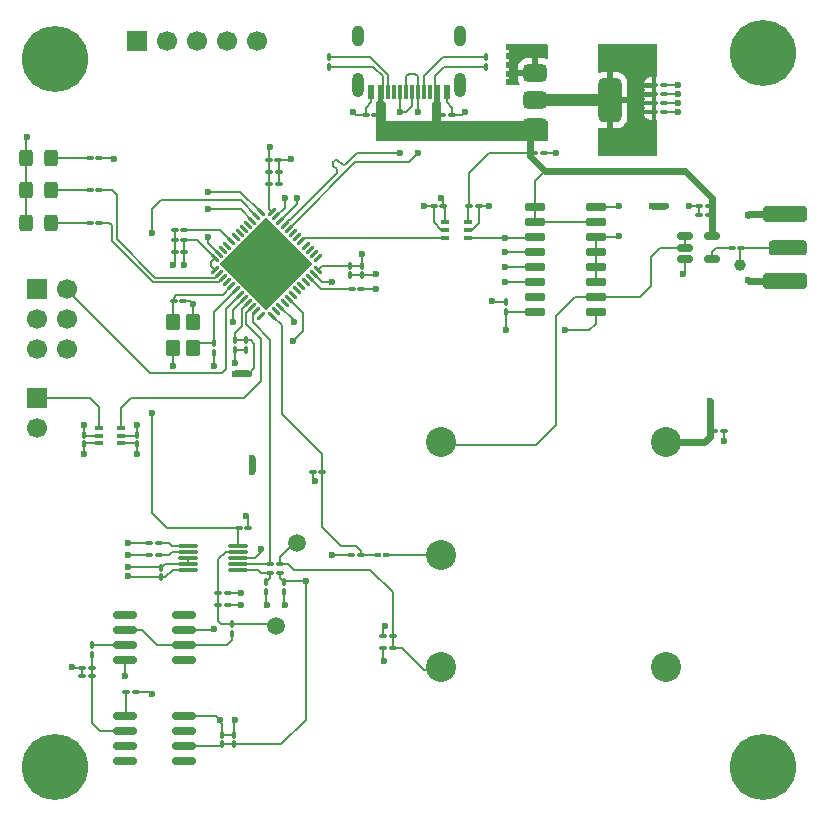
<source format=gbr>
%TF.GenerationSoftware,KiCad,Pcbnew,9.0.4*%
%TF.CreationDate,2025-10-02T19:15:19+02:00*%
%TF.ProjectId,gpsdo,67707364-6f2e-46b6-9963-61645f706362,rev?*%
%TF.SameCoordinates,Original*%
%TF.FileFunction,Copper,L1,Top*%
%TF.FilePolarity,Positive*%
%FSLAX46Y46*%
G04 Gerber Fmt 4.6, Leading zero omitted, Abs format (unit mm)*
G04 Created by KiCad (PCBNEW 9.0.4) date 2025-10-02 19:15:19*
%MOMM*%
%LPD*%
G01*
G04 APERTURE LIST*
G04 Aperture macros list*
%AMRoundRect*
0 Rectangle with rounded corners*
0 $1 Rounding radius*
0 $2 $3 $4 $5 $6 $7 $8 $9 X,Y pos of 4 corners*
0 Add a 4 corners polygon primitive as box body*
4,1,4,$2,$3,$4,$5,$6,$7,$8,$9,$2,$3,0*
0 Add four circle primitives for the rounded corners*
1,1,$1+$1,$2,$3*
1,1,$1+$1,$4,$5*
1,1,$1+$1,$6,$7*
1,1,$1+$1,$8,$9*
0 Add four rect primitives between the rounded corners*
20,1,$1+$1,$2,$3,$4,$5,0*
20,1,$1+$1,$4,$5,$6,$7,0*
20,1,$1+$1,$6,$7,$8,$9,0*
20,1,$1+$1,$8,$9,$2,$3,0*%
%AMRotRect*
0 Rectangle, with rotation*
0 The origin of the aperture is its center*
0 $1 length*
0 $2 width*
0 $3 Rotation angle, in degrees counterclockwise*
0 Add horizontal line*
21,1,$1,$2,0,0,$3*%
G04 Aperture macros list end*
%TA.AperFunction,EtchedComponent*%
%ADD10C,0.000000*%
%TD*%
%TA.AperFunction,ComponentPad*%
%ADD11R,1.700000X1.700000*%
%TD*%
%TA.AperFunction,ComponentPad*%
%ADD12C,1.700000*%
%TD*%
%TA.AperFunction,SMDPad,CuDef*%
%ADD13RoundRect,0.100000X-0.225000X-0.100000X0.225000X-0.100000X0.225000X0.100000X-0.225000X0.100000X0*%
%TD*%
%TA.AperFunction,SMDPad,CuDef*%
%ADD14RoundRect,0.100000X0.217500X0.100000X-0.217500X0.100000X-0.217500X-0.100000X0.217500X-0.100000X0*%
%TD*%
%TA.AperFunction,SMDPad,CuDef*%
%ADD15RoundRect,0.100000X-0.217500X-0.100000X0.217500X-0.100000X0.217500X0.100000X-0.217500X0.100000X0*%
%TD*%
%TA.AperFunction,SMDPad,CuDef*%
%ADD16RoundRect,0.100000X0.225000X0.100000X-0.225000X0.100000X-0.225000X-0.100000X0.225000X-0.100000X0*%
%TD*%
%TA.AperFunction,SMDPad,CuDef*%
%ADD17RoundRect,0.100000X0.100000X-0.217500X0.100000X0.217500X-0.100000X0.217500X-0.100000X-0.217500X0*%
%TD*%
%TA.AperFunction,SMDPad,CuDef*%
%ADD18RoundRect,0.150000X0.725000X0.150000X-0.725000X0.150000X-0.725000X-0.150000X0.725000X-0.150000X0*%
%TD*%
%TA.AperFunction,SMDPad,CuDef*%
%ADD19RoundRect,0.250000X0.325000X0.450000X-0.325000X0.450000X-0.325000X-0.450000X0.325000X-0.450000X0*%
%TD*%
%TA.AperFunction,SMDPad,CuDef*%
%ADD20RoundRect,0.150000X-0.825000X-0.150000X0.825000X-0.150000X0.825000X0.150000X-0.825000X0.150000X0*%
%TD*%
%TA.AperFunction,ConnectorPad*%
%ADD21C,5.600000*%
%TD*%
%TA.AperFunction,ComponentPad*%
%ADD22C,3.600000*%
%TD*%
%TA.AperFunction,SMDPad,CuDef*%
%ADD23RoundRect,0.100000X-0.100000X0.217500X-0.100000X-0.217500X0.100000X-0.217500X0.100000X0.217500X0*%
%TD*%
%TA.AperFunction,SMDPad,CuDef*%
%ADD24C,1.500000*%
%TD*%
%TA.AperFunction,SMDPad,CuDef*%
%ADD25RoundRect,0.250000X-0.350000X0.450000X-0.350000X-0.450000X0.350000X-0.450000X0.350000X0.450000X0*%
%TD*%
%TA.AperFunction,SMDPad,CuDef*%
%ADD26RoundRect,0.250000X1.600000X-0.425000X1.600000X0.425000X-1.600000X0.425000X-1.600000X-0.425000X0*%
%TD*%
%TA.AperFunction,SMDPad,CuDef*%
%ADD27RoundRect,0.250000X1.350000X-0.385000X1.350000X0.385000X-1.350000X0.385000X-1.350000X-0.385000X0*%
%TD*%
%TA.AperFunction,HeatsinkPad*%
%ADD28RotRect,5.600000X5.600000X45.000000*%
%TD*%
%TA.AperFunction,SMDPad,CuDef*%
%ADD29RoundRect,0.062500X0.220971X-0.309359X0.309359X-0.220971X-0.220971X0.309359X-0.309359X0.220971X0*%
%TD*%
%TA.AperFunction,SMDPad,CuDef*%
%ADD30RoundRect,0.062500X-0.220971X-0.309359X0.309359X0.220971X0.220971X0.309359X-0.309359X-0.220971X0*%
%TD*%
%TA.AperFunction,SMDPad,CuDef*%
%ADD31RoundRect,0.375000X-0.625000X-0.375000X0.625000X-0.375000X0.625000X0.375000X-0.625000X0.375000X0*%
%TD*%
%TA.AperFunction,SMDPad,CuDef*%
%ADD32RoundRect,0.500000X-0.500000X-1.400000X0.500000X-1.400000X0.500000X1.400000X-0.500000X1.400000X0*%
%TD*%
%TA.AperFunction,SMDPad,CuDef*%
%ADD33RoundRect,0.150000X-0.512500X-0.150000X0.512500X-0.150000X0.512500X0.150000X-0.512500X0.150000X0*%
%TD*%
%TA.AperFunction,HeatsinkPad*%
%ADD34O,1.000000X1.800000*%
%TD*%
%TA.AperFunction,HeatsinkPad*%
%ADD35O,1.000000X2.100000*%
%TD*%
%TA.AperFunction,SMDPad,CuDef*%
%ADD36R,0.600000X1.240000*%
%TD*%
%TA.AperFunction,SMDPad,CuDef*%
%ADD37R,0.300000X1.240000*%
%TD*%
%TA.AperFunction,SMDPad,CuDef*%
%ADD38RoundRect,0.087500X0.725000X0.087500X-0.725000X0.087500X-0.725000X-0.087500X0.725000X-0.087500X0*%
%TD*%
%TA.AperFunction,SMDPad,CuDef*%
%ADD39RoundRect,0.075000X-0.212500X-0.075000X0.212500X-0.075000X0.212500X0.075000X-0.212500X0.075000X0*%
%TD*%
%TA.AperFunction,SMDPad,CuDef*%
%ADD40RoundRect,0.150000X0.825000X0.150000X-0.825000X0.150000X-0.825000X-0.150000X0.825000X-0.150000X0*%
%TD*%
%TA.AperFunction,ComponentPad*%
%ADD41C,0.600000*%
%TD*%
%TA.AperFunction,SMDPad,CuDef*%
%ADD42C,1.000000*%
%TD*%
%TA.AperFunction,ComponentPad*%
%ADD43C,2.540000*%
%TD*%
%TA.AperFunction,ViaPad*%
%ADD44C,0.600000*%
%TD*%
%TA.AperFunction,Conductor*%
%ADD45C,0.200000*%
%TD*%
%TA.AperFunction,Conductor*%
%ADD46C,0.600000*%
%TD*%
%TA.AperFunction,Conductor*%
%ADD47C,1.000000*%
%TD*%
G04 APERTURE END LIST*
D10*
%TA.AperFunction,EtchedComponent*%
%TO.C,NT1*%
G36*
X129800000Y-104750000D02*
G01*
X129200000Y-104750000D01*
X129200000Y-103550000D01*
X129800000Y-103550000D01*
X129800000Y-104750000D01*
G37*
%TD.AperFunction*%
%TA.AperFunction,EtchedComponent*%
%TO.C,NT2*%
G36*
X129200000Y-96700000D02*
G01*
X128000000Y-96700000D01*
X128000000Y-96100000D01*
X129200000Y-96100000D01*
X129200000Y-96700000D01*
G37*
%TD.AperFunction*%
%TA.AperFunction,EtchedComponent*%
%TO.C,NT3*%
G36*
X164500000Y-82550000D02*
G01*
X163300000Y-82550000D01*
X163300000Y-81950000D01*
X164500000Y-81950000D01*
X164500000Y-82550000D01*
G37*
%TD.AperFunction*%
%TD*%
D11*
%TO.P,J7,1,Pin_1*%
%TO.N,OCXO_5MHZ*%
X119750000Y-68250000D03*
D12*
%TO.P,J7,2,Pin_2*%
%TO.N,OCXO_2.5MHZ*%
X122290000Y-68250000D03*
%TO.P,J7,3,Pin_3*%
%TO.N,OCXO_1.25MHZ*%
X124830000Y-68250000D03*
%TO.P,J7,4,Pin_4*%
%TO.N,OCXO_625KHZ*%
X127370000Y-68250000D03*
%TO.P,J7,5,Pin_5*%
%TO.N,GND*%
X129910000Y-68250000D03*
%TD*%
D13*
%TO.P,U1,6,VCCB*%
%TO.N,VCC_5V*%
X147742500Y-83600000D03*
%TO.P,U1,5,DIR*%
%TO.N,GND*%
X147742500Y-84250000D03*
%TO.P,U1,4,B*%
%TO.N,OCXO_625KHZ*%
X147742500Y-84900000D03*
%TO.P,U1,3,A*%
%TO.N,OCXO_625KHZ_3V3*%
X145842500Y-84900000D03*
%TO.P,U1,2,GND*%
%TO.N,GND*%
X145842500Y-84250000D03*
%TO.P,U1,1,VCCA*%
%TO.N,VDD_3V3*%
X145842500Y-83600000D03*
%TD*%
D14*
%TO.P,C39,1*%
%TO.N,VDD_3V3*%
X145657500Y-82250000D03*
%TO.P,C39,2*%
%TO.N,GND*%
X144842500Y-82250000D03*
%TD*%
D15*
%TO.P,C38,1*%
%TO.N,VCC_5V*%
X147842500Y-82250000D03*
%TO.P,C38,2*%
%TO.N,GND*%
X148657500Y-82250000D03*
%TD*%
D16*
%TO.P,U2,1,VCCA*%
%TO.N,VDD_3V3*%
X118400000Y-102300000D03*
%TO.P,U2,2,GND*%
%TO.N,GND*%
X118400000Y-101650000D03*
%TO.P,U2,3,A*%
%TO.N,PPS_3V3*%
X118400000Y-101000000D03*
%TO.P,U2,4,B*%
%TO.N,PPS_5V*%
X116500000Y-101000000D03*
%TO.P,U2,5,DIR*%
%TO.N,GND*%
X116500000Y-101650000D03*
%TO.P,U2,6,VCCB*%
%TO.N,VCC_5V*%
X116500000Y-102300000D03*
%TD*%
D17*
%TO.P,C40,1*%
%TO.N,VDD_3V3*%
X119750000Y-102407500D03*
%TO.P,C40,2*%
%TO.N,GND*%
X119750000Y-101592500D03*
%TD*%
%TO.P,C2,1*%
%TO.N,VCC_5V*%
X115250000Y-102407500D03*
%TO.P,C2,2*%
%TO.N,GND*%
X115250000Y-101592500D03*
%TD*%
D18*
%TO.P,U8,16,VCC*%
%TO.N,VCC_5V*%
X153425000Y-91195000D03*
%TO.P,U8,15,TC*%
%TO.N,unconnected-(U8-TC-Pad15)*%
X153425000Y-89925000D03*
%TO.P,U8,14,Q0*%
%TO.N,OCXO_5MHZ*%
X153425000Y-88655000D03*
%TO.P,U8,13,Q1*%
%TO.N,OCXO_2.5MHZ*%
X153425000Y-87385000D03*
%TO.P,U8,12,Q2*%
%TO.N,OCXO_1.25MHZ*%
X153425000Y-86115000D03*
%TO.P,U8,11,Q3*%
%TO.N,OCXO_625KHZ*%
X153425000Y-84845000D03*
%TO.P,U8,10,CET*%
%TO.N,VCC_5V*%
X153425000Y-83575000D03*
%TO.P,U8,9,~{PE}*%
X153425000Y-82305000D03*
%TO.P,U8,8,GND*%
%TO.N,GND*%
X158575000Y-82305000D03*
%TO.P,U8,7,CEP*%
%TO.N,VCC_5V*%
X158575000Y-83575000D03*
%TO.P,U8,6,D3*%
%TO.N,GND*%
X158575000Y-84845000D03*
%TO.P,U8,5,D2*%
X158575000Y-86115000D03*
%TO.P,U8,4,D1*%
X158575000Y-87385000D03*
%TO.P,U8,3,D0*%
X158575000Y-88655000D03*
%TO.P,U8,2,CP*%
%TO.N,OCXO_Out*%
X158575000Y-89925000D03*
%TO.P,U8,1,~{MR}*%
%TO.N,VCC_5V*%
X158575000Y-91195000D03*
%TD*%
D19*
%TO.P,D3,2,A*%
%TO.N,VDD_3V3*%
X110375000Y-78150000D03*
%TO.P,D3,1,K*%
%TO.N,Net-(D3-K)*%
X112425000Y-78150000D03*
%TD*%
D20*
%TO.P,U5,8,NC*%
%TO.N,unconnected-(U5-NC-Pad8)*%
X123682500Y-116862500D03*
%TO.P,U5,7,V+*%
%TO.N,VCC_5V*%
X123682500Y-118132500D03*
%TO.P,U5,6*%
%TO.N,V_OCXO_Buffer*%
X123682500Y-119402500D03*
%TO.P,U5,5,NC*%
%TO.N,unconnected-(U5-NC-Pad5)*%
X123682500Y-120672500D03*
%TO.P,U5,4,V-*%
%TO.N,GNDA*%
X118732500Y-120672500D03*
%TO.P,U5,3,+*%
%TO.N,Net-(U5-+)*%
X118732500Y-119402500D03*
%TO.P,U5,2,-*%
%TO.N,V_OCXO_Buffer*%
X118732500Y-118132500D03*
%TO.P,U5,1,NC*%
%TO.N,unconnected-(U5-NC-Pad1)*%
X118732500Y-116862500D03*
%TD*%
D21*
%TO.P,REF\u002A\u002A,1*%
%TO.N,N/C*%
X112750000Y-69750000D03*
D22*
X112750000Y-69750000D03*
%TD*%
D15*
%TO.P,R1,2*%
%TO.N,Net-(OSC5A2B1-Vref)*%
X131840000Y-112500000D03*
%TO.P,R1,1*%
%TO.N,OCXO_Vref*%
X131025000Y-112500000D03*
%TD*%
%TO.P,C18,2*%
%TO.N,GND*%
X138725000Y-89250000D03*
%TO.P,C18,1*%
%TO.N,Net-(U6-VCAP1)*%
X137910000Y-89250000D03*
%TD*%
D14*
%TO.P,R18,2*%
%TO.N,Net-(R18-Pad2)*%
X170092500Y-85750000D03*
%TO.P,R18,1*%
%TO.N,Net-(J5-In)*%
X170907500Y-85750000D03*
%TD*%
%TO.P,C4,2*%
%TO.N,GNDA*%
X140600000Y-119650000D03*
%TO.P,C4,1*%
%TO.N,Net-(OSC5A2B1-Vref)*%
X141415000Y-119650000D03*
%TD*%
D12*
%TO.P,J1,2,Pin_2*%
%TO.N,GND*%
X111250000Y-101015000D03*
D11*
%TO.P,J1,1,Pin_1*%
%TO.N,PPS_5V*%
X111250000Y-98475000D03*
%TD*%
D14*
%TO.P,C32,2*%
%TO.N,GNDA*%
X134592500Y-104750000D03*
%TO.P,C32,1*%
%TO.N,OCXO_Temperature*%
X135407500Y-104750000D03*
%TD*%
D15*
%TO.P,C5,2*%
%TO.N,GNDA*%
X169407500Y-101250000D03*
%TO.P,C5,1*%
%TO.N,VCC_5V*%
X168592500Y-101250000D03*
%TD*%
D17*
%TO.P,R16,2*%
%TO.N,Net-(J3-CC2)*%
X136000000Y-69592500D03*
%TO.P,R16,1*%
%TO.N,VCC_5V*%
X136000000Y-70407500D03*
%TD*%
D23*
%TO.P,C21,2*%
%TO.N,GND*%
X137750000Y-88090000D03*
%TO.P,C21,1*%
%TO.N,VDD_3V3*%
X137750000Y-87275000D03*
%TD*%
D14*
%TO.P,R13,2*%
%TO.N,Net-(D2-K)*%
X115742500Y-80900000D03*
%TO.P,R13,1*%
%TO.N,LED2*%
X116557500Y-80900000D03*
%TD*%
D24*
%TO.P,TP3,1,1*%
%TO.N,DAC_Vref*%
X131500000Y-117750000D03*
%TD*%
D15*
%TO.P,C31,2*%
%TO.N,GND*%
X164315000Y-73500000D03*
%TO.P,C31,1*%
%TO.N,VDD_3V3*%
X163500000Y-73500000D03*
%TD*%
D25*
%TO.P,X1,4,4*%
%TO.N,GND*%
X124450000Y-92015000D03*
%TO.P,X1,3,3*%
%TO.N,OSC_OUT*%
X124450000Y-94215000D03*
%TO.P,X1,2,2*%
%TO.N,GND*%
X122750000Y-94215000D03*
%TO.P,X1,1,1*%
%TO.N,OSC_IN*%
X122750000Y-92015000D03*
%TD*%
D26*
%TO.P,J5,2,Ext*%
%TO.N,GNDA*%
X174587500Y-88575000D03*
X174587500Y-82925000D03*
D27*
%TO.P,J5,1,In*%
%TO.N,Net-(J5-In)*%
X174837500Y-85750000D03*
%TD*%
D15*
%TO.P,C12,2*%
%TO.N,GNDA*%
X119615000Y-123387500D03*
%TO.P,C12,1*%
%TO.N,Net-(U3-Trim{slash}NR)*%
X118800000Y-123387500D03*
%TD*%
D28*
%TO.P,U6,49,VSS*%
%TO.N,GND*%
X130687500Y-87115000D03*
D29*
%TO.P,U6,48,VDD*%
%TO.N,VDD_3V3*%
X126312277Y-86628864D03*
%TO.P,U6,47,VSS*%
%TO.N,GND*%
X126665830Y-86275311D03*
%TO.P,U6,46,PB9*%
%TO.N,unconnected-(U6-PB9-Pad46)*%
X127019384Y-85921757D03*
%TO.P,U6,45,PB8*%
%TO.N,unconnected-(U6-PB8-Pad45)*%
X127372937Y-85568204D03*
%TO.P,U6,44,BOOT0*%
%TO.N,Net-(U6-BOOT0)*%
X127726490Y-85214651D03*
%TO.P,U6,43,PB7*%
%TO.N,unconnected-(U6-PB7-Pad43)*%
X128080044Y-84861097D03*
%TO.P,U6,42,PB6*%
%TO.N,unconnected-(U6-PB6-Pad42)*%
X128433597Y-84507544D03*
%TO.P,U6,41,PB5*%
%TO.N,unconnected-(U6-PB5-Pad41)*%
X128787151Y-84153990D03*
%TO.P,U6,40,PB4*%
%TO.N,unconnected-(U6-PB4-Pad40)*%
X129140704Y-83800437D03*
%TO.P,U6,39,PB3*%
%TO.N,SWO*%
X129494257Y-83446884D03*
%TO.P,U6,38,PA15*%
%TO.N,AD5541A_CS*%
X129847811Y-83093330D03*
%TO.P,U6,37,PA14*%
%TO.N,SWCLK*%
X130201364Y-82739777D03*
D30*
%TO.P,U6,36,VDD*%
%TO.N,VDD_3V3*%
X131173636Y-82739777D03*
%TO.P,U6,35,VSS*%
%TO.N,GND*%
X131527189Y-83093330D03*
%TO.P,U6,34,PA13*%
%TO.N,SWDIO*%
X131880743Y-83446884D03*
%TO.P,U6,33,PA12*%
%TO.N,USB_P*%
X132234296Y-83800437D03*
%TO.P,U6,32,PA11*%
%TO.N,USB_N*%
X132587849Y-84153990D03*
%TO.P,U6,31,PA10*%
%TO.N,unconnected-(U6-PA10-Pad31)*%
X132941403Y-84507544D03*
%TO.P,U6,30,PA9*%
%TO.N,unconnected-(U6-PA9-Pad30)*%
X133294956Y-84861097D03*
%TO.P,U6,29,PA8*%
%TO.N,OCXO_625KHZ_3V3*%
X133648510Y-85214651D03*
%TO.P,U6,28,PB15*%
%TO.N,unconnected-(U6-PB15-Pad28)*%
X134002063Y-85568204D03*
%TO.P,U6,27,PB14*%
%TO.N,unconnected-(U6-PB14-Pad27)*%
X134355616Y-85921757D03*
%TO.P,U6,26,PB13*%
%TO.N,unconnected-(U6-PB13-Pad26)*%
X134709170Y-86275311D03*
%TO.P,U6,25,PB12*%
%TO.N,unconnected-(U6-PB12-Pad25)*%
X135062723Y-86628864D03*
D29*
%TO.P,U6,24,VDD*%
%TO.N,VDD_3V3*%
X135062723Y-87601136D03*
%TO.P,U6,23,VSS*%
%TO.N,GND*%
X134709170Y-87954689D03*
%TO.P,U6,22,VCAP1*%
%TO.N,Net-(U6-VCAP1)*%
X134355616Y-88308243D03*
%TO.P,U6,21,PB10*%
%TO.N,unconnected-(U6-PB10-Pad21)*%
X134002063Y-88661796D03*
%TO.P,U6,20,PB2*%
%TO.N,unconnected-(U6-PB2-Pad20)*%
X133648510Y-89015349D03*
%TO.P,U6,19,PB1*%
%TO.N,unconnected-(U6-PB1-Pad19)*%
X133294956Y-89368903D03*
%TO.P,U6,18,PB0*%
%TO.N,unconnected-(U6-PB0-Pad18)*%
X132941403Y-89722456D03*
%TO.P,U6,17,PA7*%
%TO.N,AD5541A_DIN*%
X132587849Y-90076010D03*
%TO.P,U6,16,PA6*%
%TO.N,unconnected-(U6-PA6-Pad16)*%
X132234296Y-90429563D03*
%TO.P,U6,15,PA5*%
%TO.N,AD5541A_SCLK*%
X131880743Y-90783116D03*
%TO.P,U6,14,PA4*%
%TO.N,unconnected-(U6-PA4-Pad14)*%
X131527189Y-91136670D03*
%TO.P,U6,13,PA3*%
%TO.N,OCXO_Temperature*%
X131173636Y-91490223D03*
D30*
%TO.P,U6,12,PA2*%
%TO.N,unconnected-(U6-PA2-Pad12)*%
X130201364Y-91490223D03*
%TO.P,U6,11,PA1*%
%TO.N,OCXO_Vref*%
X129847811Y-91136670D03*
%TO.P,U6,10,PA0*%
%TO.N,PPS_3V3*%
X129494257Y-90783116D03*
%TO.P,U6,9,VDDA*%
%TO.N,VDDA_3V3*%
X129140704Y-90429563D03*
%TO.P,U6,8,VSSA*%
%TO.N,GND*%
X128787151Y-90076010D03*
%TO.P,U6,7,NRST*%
%TO.N,NRST*%
X128433597Y-89722456D03*
%TO.P,U6,6,PH1*%
%TO.N,OSC_OUT*%
X128080044Y-89368903D03*
%TO.P,U6,5,PH0*%
%TO.N,OSC_IN*%
X127726490Y-89015349D03*
%TO.P,U6,4,PC15*%
%TO.N,unconnected-(U6-PC15-Pad4)*%
X127372937Y-88661796D03*
%TO.P,U6,3,PC14*%
%TO.N,LED1*%
X127019384Y-88308243D03*
%TO.P,U6,2,PC13*%
%TO.N,LED2*%
X126665830Y-87954689D03*
%TO.P,U6,1,VBAT*%
%TO.N,VDD_3V3*%
X126312277Y-87601136D03*
%TD*%
D17*
%TO.P,C15,2*%
%TO.N,GND*%
X121750000Y-112842500D03*
%TO.P,C15,1*%
%TO.N,VDD_3V3*%
X121750000Y-113657500D03*
%TD*%
D15*
%TO.P,C20,2*%
%TO.N,GND*%
X131725000Y-80365000D03*
%TO.P,C20,1*%
%TO.N,VDD_3V3*%
X130910000Y-80365000D03*
%TD*%
D17*
%TO.P,R8,2*%
%TO.N,DAC_Vref*%
X127750000Y-117635000D03*
%TO.P,R8,1*%
%TO.N,V_OCXO_Buffer*%
X127750000Y-118450000D03*
%TD*%
D15*
%TO.P,C11,2*%
%TO.N,GNDA*%
X127432500Y-115021250D03*
%TO.P,C11,1*%
%TO.N,DAC_Vref*%
X126617500Y-115021250D03*
%TD*%
D14*
%TO.P,C3,2*%
%TO.N,GNDA*%
X140600000Y-118650000D03*
%TO.P,C3,1*%
%TO.N,Net-(OSC5A2B1-Vref)*%
X141415000Y-118650000D03*
%TD*%
D23*
%TO.P,C27,2*%
%TO.N,GND*%
X128000000Y-94407500D03*
%TO.P,C27,1*%
%TO.N,VDDA_3V3*%
X128000000Y-93592500D03*
%TD*%
D31*
%TO.P,U7,3,VI*%
%TO.N,VCC_5V*%
X153450000Y-75550000D03*
D32*
%TO.P,U7,2,VO*%
%TO.N,VDD_3V3*%
X159750000Y-73250000D03*
D31*
X153450000Y-73250000D03*
%TO.P,U7,1,GND*%
%TO.N,GND*%
X153450000Y-70950000D03*
%TD*%
D19*
%TO.P,D1,2,A*%
%TO.N,VDD_3V3*%
X110375000Y-83650000D03*
%TO.P,D1,1,K*%
%TO.N,Net-(D1-K)*%
X112425000Y-83650000D03*
%TD*%
D14*
%TO.P,R17,2*%
%TO.N,VDD_3V3*%
X137842500Y-111750000D03*
%TO.P,R17,1*%
%TO.N,OCXO_Temperature*%
X138657500Y-111750000D03*
%TD*%
D23*
%TO.P,C7,2*%
%TO.N,GNDA*%
X132182500Y-114907500D03*
%TO.P,C7,1*%
%TO.N,VCC_5V*%
X132182500Y-114092500D03*
%TD*%
%TO.P,C17,2*%
%TO.N,GND*%
X126250000Y-94657500D03*
%TO.P,C17,1*%
%TO.N,OSC_OUT*%
X126250000Y-93842500D03*
%TD*%
D14*
%TO.P,R12,2*%
%TO.N,Net-(D1-K)*%
X115742500Y-83650000D03*
%TO.P,R12,1*%
%TO.N,LED1*%
X116557500Y-83650000D03*
%TD*%
D33*
%TO.P,U9,5,VCC*%
%TO.N,VCC_5V*%
X168387500Y-84800000D03*
%TO.P,U9,4*%
%TO.N,Net-(R18-Pad2)*%
X168387500Y-86700000D03*
%TO.P,U9,3,GND*%
%TO.N,GNDA*%
X166112500Y-86700000D03*
%TO.P,U9,2*%
%TO.N,OCXO_Out*%
X166112500Y-85750000D03*
%TO.P,U9,1*%
X166112500Y-84800000D03*
%TD*%
D21*
%TO.P,REF\u002A\u002A,1*%
%TO.N,N/C*%
X172750000Y-129750000D03*
D22*
X172750000Y-129750000D03*
%TD*%
D17*
%TO.P,C8,2*%
%TO.N,GNDA*%
X126932500Y-126977500D03*
%TO.P,C8,1*%
%TO.N,VCC_5V*%
X126932500Y-127792500D03*
%TD*%
D14*
%TO.P,R9,2*%
%TO.N,GND*%
X122910000Y-84250000D03*
%TO.P,R9,1*%
%TO.N,Net-(U6-BOOT0)*%
X123725000Y-84250000D03*
%TD*%
D34*
%TO.P,J3,S1,SHIELD*%
%TO.N,GND*%
X138430000Y-67800000D03*
D35*
X138430000Y-72000000D03*
D34*
X147070000Y-67800000D03*
D35*
X147070000Y-72000000D03*
D36*
%TO.P,J3,B12,GND*%
X145950000Y-72600000D03*
%TO.P,J3,B9,VBUS*%
%TO.N,VCC_5V*%
X145150000Y-72600000D03*
D37*
%TO.P,J3,B8*%
%TO.N,N/C*%
X144500000Y-72600000D03*
%TO.P,J3,B7,D-*%
%TO.N,USB_N*%
X143500000Y-72600000D03*
%TO.P,J3,B6,D+*%
%TO.N,USB_P*%
X142000000Y-72600000D03*
%TO.P,J3,B5,CC2*%
%TO.N,Net-(J3-CC2)*%
X141000000Y-72600000D03*
D36*
%TO.P,J3,B4,VBUS*%
%TO.N,VCC_5V*%
X140350000Y-72600000D03*
%TO.P,J3,B1,GND*%
%TO.N,GND*%
X139550000Y-72600000D03*
%TO.P,J3,A12,GND*%
X139550000Y-72600000D03*
%TO.P,J3,A9,VBUS*%
%TO.N,VCC_5V*%
X140350000Y-72600000D03*
D37*
%TO.P,J3,A8*%
%TO.N,N/C*%
X141500000Y-72600000D03*
%TO.P,J3,A7,D-*%
%TO.N,USB_N*%
X142500000Y-72600000D03*
%TO.P,J3,A6,D+*%
%TO.N,USB_P*%
X143000000Y-72600000D03*
%TO.P,J3,A5,CC1*%
%TO.N,Net-(J3-CC1)*%
X144000000Y-72600000D03*
D36*
%TO.P,J3,A4,VBUS*%
%TO.N,VCC_5V*%
X145150000Y-72600000D03*
%TO.P,J3,A1,GND*%
%TO.N,GND*%
X145950000Y-72600000D03*
%TD*%
D21*
%TO.P,REF\u002A\u002A,1*%
%TO.N,N/C*%
X172750000Y-69250000D03*
D22*
X172750000Y-69250000D03*
%TD*%
D14*
%TO.P,R6,2*%
%TO.N,AD5541A_SCLK*%
X120775000Y-110750000D03*
%TO.P,R6,1*%
%TO.N,Net-(U4-SCLK)*%
X121590000Y-110750000D03*
%TD*%
%TO.P,C37,2*%
%TO.N,GNDA*%
X167342500Y-83000000D03*
%TO.P,C37,1*%
%TO.N,VCC_5V*%
X168157500Y-83000000D03*
%TD*%
D17*
%TO.P,C1,2*%
%TO.N,GND*%
X151000000Y-90342500D03*
%TO.P,C1,1*%
%TO.N,VCC_5V*%
X151000000Y-91157500D03*
%TD*%
D38*
%TO.P,U4,10,VLOGIC*%
%TO.N,VDD_3V3*%
X124070000Y-113000000D03*
%TO.P,U4,9,DGND*%
%TO.N,GND*%
X124070000Y-112500000D03*
%TO.P,U4,8,LDAC*%
X124070000Y-112000000D03*
%TO.P,U4,7,DIN*%
%TO.N,Net-(U4-DIN)*%
X124070000Y-111500000D03*
%TO.P,U4,6,SCLK*%
%TO.N,Net-(U4-SCLK)*%
X124070000Y-111000000D03*
%TO.P,U4,5,CS*%
%TO.N,AD5541A_CS*%
X128295000Y-111000000D03*
%TO.P,U4,4,REF*%
%TO.N,DAC_Vref*%
X128295000Y-111500000D03*
%TO.P,U4,3,AGND*%
%TO.N,GNDA*%
X128295000Y-112000000D03*
%TO.P,U4,2,VOUT*%
%TO.N,OCXO_Vref*%
X128295000Y-112500000D03*
%TO.P,U4,1,VDD*%
%TO.N,Net-(U4-VDD)*%
X128295000Y-113000000D03*
%TD*%
D15*
%TO.P,C29,2*%
%TO.N,GND*%
X164315000Y-72000000D03*
%TO.P,C29,1*%
%TO.N,VDD_3V3*%
X163500000Y-72000000D03*
%TD*%
D14*
%TO.P,L1,2,2*%
%TO.N,Net-(U4-VDD)*%
X131025000Y-113250000D03*
%TO.P,L1,1,1*%
%TO.N,VCC_5V*%
X131840000Y-113250000D03*
%TD*%
D17*
%TO.P,C6,2*%
%TO.N,GNDA*%
X127932500Y-126977500D03*
%TO.P,C6,1*%
%TO.N,VCC_5V*%
X127932500Y-127792500D03*
%TD*%
D14*
%TO.P,R14,2*%
%TO.N,Net-(D3-K)*%
X115742500Y-78150000D03*
%TO.P,R14,1*%
%TO.N,GND*%
X116557500Y-78150000D03*
%TD*%
D24*
%TO.P,TP1,1,1*%
%TO.N,Net-(OSC5A2B1-Vref)*%
X133250000Y-110750000D03*
%TD*%
D15*
%TO.P,C28,2*%
%TO.N,GND*%
X154157500Y-77750000D03*
%TO.P,C28,1*%
%TO.N,VCC_5V*%
X153342500Y-77750000D03*
%TD*%
D23*
%TO.P,C9,2*%
%TO.N,GNDA*%
X130682500Y-114907500D03*
%TO.P,C9,1*%
%TO.N,Net-(U4-VDD)*%
X130682500Y-114092500D03*
%TD*%
D39*
%TO.P,TH1,2*%
%TO.N,GNDA*%
X140837500Y-111750000D03*
%TO.P,TH1,1*%
%TO.N,OCXO_Temperature*%
X140162500Y-111750000D03*
%TD*%
D15*
%TO.P,C33,2*%
%TO.N,GND*%
X164315000Y-74250000D03*
%TO.P,C33,1*%
%TO.N,VDD_3V3*%
X163500000Y-74250000D03*
%TD*%
D21*
%TO.P,REF\u002A\u002A,1*%
%TO.N,N/C*%
X112750000Y-129750000D03*
D22*
X112750000Y-129750000D03*
%TD*%
D15*
%TO.P,C10,2*%
%TO.N,GNDA*%
X127432500Y-116021250D03*
%TO.P,C10,1*%
%TO.N,DAC_Vref*%
X126617500Y-116021250D03*
%TD*%
D14*
%TO.P,C19,2*%
%TO.N,GND*%
X122910000Y-85115000D03*
%TO.P,C19,1*%
%TO.N,VDD_3V3*%
X123725000Y-85115000D03*
%TD*%
D15*
%TO.P,C23,2*%
%TO.N,GND*%
X131725000Y-79365000D03*
%TO.P,C23,1*%
%TO.N,VDD_3V3*%
X130910000Y-79365000D03*
%TD*%
D19*
%TO.P,D2,2,A*%
%TO.N,VDD_3V3*%
X110375000Y-80900000D03*
%TO.P,D2,1,K*%
%TO.N,Net-(D2-K)*%
X112425000Y-80900000D03*
%TD*%
D17*
%TO.P,R4,2*%
%TO.N,Net-(U5-+)*%
X115957500Y-119385000D03*
%TO.P,R4,1*%
%TO.N,Net-(U3-Vout)*%
X115957500Y-120200000D03*
%TD*%
D15*
%TO.P,C25,2*%
%TO.N,GND*%
X131700000Y-78365000D03*
%TO.P,C25,1*%
%TO.N,VDD_3V3*%
X130885000Y-78365000D03*
%TD*%
%TO.P,C34,2*%
%TO.N,GND*%
X146407500Y-74500000D03*
%TO.P,C34,1*%
%TO.N,VCC_5V*%
X145592500Y-74500000D03*
%TD*%
D40*
%TO.P,U3,8,DNC*%
%TO.N,unconnected-(U3-DNC-Pad8)*%
X118732500Y-129197500D03*
%TO.P,U3,7,NC*%
%TO.N,unconnected-(U3-NC-Pad7)*%
X118732500Y-127927500D03*
%TO.P,U3,6,Vout*%
%TO.N,Net-(U3-Vout)*%
X118732500Y-126657500D03*
%TO.P,U3,5,Trim/NR*%
%TO.N,Net-(U3-Trim{slash}NR)*%
X118732500Y-125387500D03*
%TO.P,U3,4,GND*%
%TO.N,GNDA*%
X123682500Y-125387500D03*
%TO.P,U3,3,Temp*%
%TO.N,unconnected-(U3-Temp-Pad3)*%
X123682500Y-126657500D03*
%TO.P,U3,2,Vin*%
%TO.N,VCC_5V*%
X123682500Y-127927500D03*
%TO.P,U3,1,DNC*%
%TO.N,unconnected-(U3-DNC-Pad1)*%
X123682500Y-129197500D03*
%TD*%
D41*
%TO.P,NT1,2,2*%
%TO.N,GND*%
X129500000Y-103550000D03*
%TO.P,NT1,1,1*%
%TO.N,GNDA*%
X129500000Y-104750000D03*
%TD*%
D14*
%TO.P,C13,2*%
%TO.N,GNDA*%
X115117500Y-121292500D03*
%TO.P,C13,1*%
%TO.N,Net-(U3-Vout)*%
X115932500Y-121292500D03*
%TD*%
%TO.P,C36,2*%
%TO.N,GNDA*%
X167342500Y-82250000D03*
%TO.P,C36,1*%
%TO.N,VCC_5V*%
X168157500Y-82250000D03*
%TD*%
D41*
%TO.P,NT2,2,2*%
%TO.N,VDD_3V3*%
X128000000Y-96400000D03*
%TO.P,NT2,1,1*%
%TO.N,VDDA_3V3*%
X129200000Y-96400000D03*
%TD*%
D14*
%TO.P,C22,2*%
%TO.N,GND*%
X122910000Y-86115000D03*
%TO.P,C22,1*%
%TO.N,VDD_3V3*%
X123725000Y-86115000D03*
%TD*%
D12*
%TO.P,J2,6,Pin_6*%
%TO.N,GND*%
X113790000Y-94357500D03*
%TO.P,J2,5,Pin_5*%
%TO.N,SWDIO*%
X111250000Y-94357500D03*
%TO.P,J2,4,Pin_4*%
%TO.N,SWCLK*%
X113790000Y-91817500D03*
%TO.P,J2,3,Pin_3*%
%TO.N,SWO*%
X111250000Y-91817500D03*
%TO.P,J2,2,Pin_2*%
%TO.N,NRST*%
X113790000Y-89277500D03*
D11*
%TO.P,J2,1,Pin_1*%
%TO.N,VDD_3V3*%
X111250000Y-89277500D03*
%TD*%
D17*
%TO.P,R15,2*%
%TO.N,Net-(J3-CC1)*%
X149250000Y-69592500D03*
%TO.P,R15,1*%
%TO.N,VCC_5V*%
X149250000Y-70407500D03*
%TD*%
D23*
%TO.P,C24,2*%
%TO.N,GND*%
X138750000Y-88090000D03*
%TO.P,C24,1*%
%TO.N,VDD_3V3*%
X138750000Y-87275000D03*
%TD*%
D41*
%TO.P,NT3,2,2*%
%TO.N,GND*%
X163300000Y-82250000D03*
%TO.P,NT3,1,1*%
%TO.N,GNDA*%
X164500000Y-82250000D03*
%TD*%
D15*
%TO.P,R7,2*%
%TO.N,VDD_3V3*%
X129157500Y-109500000D03*
%TO.P,R7,1*%
%TO.N,AD5541A_CS*%
X128342500Y-109500000D03*
%TD*%
D23*
%TO.P,C26,2*%
%TO.N,GND*%
X129000000Y-94407500D03*
%TO.P,C26,1*%
%TO.N,VDDA_3V3*%
X129000000Y-93592500D03*
%TD*%
D14*
%TO.P,R5,2*%
%TO.N,AD5541A_DIN*%
X120775000Y-111750000D03*
%TO.P,R5,1*%
%TO.N,Net-(U4-DIN)*%
X121590000Y-111750000D03*
%TD*%
D42*
%TO.P,TP2,1,1*%
%TO.N,Net-(J5-In)*%
X170750000Y-87250000D03*
%TD*%
D43*
%TO.P,OSC5A2B1,5,Vcc*%
%TO.N,VCC_5V*%
X164500000Y-102225000D03*
%TO.P,OSC5A2B1,4,NC*%
%TO.N,unconnected-(OSC5A2B1-NC-Pad4)*%
X164500000Y-121275000D03*
%TO.P,OSC5A2B1,3,Vref*%
%TO.N,Net-(OSC5A2B1-Vref)*%
X145450000Y-121275000D03*
%TO.P,OSC5A2B1,2,GND*%
%TO.N,GNDA*%
X145450000Y-111750000D03*
%TO.P,OSC5A2B1,1,Out*%
%TO.N,OCXO_Out*%
X145450000Y-102225000D03*
%TD*%
D15*
%TO.P,C30,2*%
%TO.N,GND*%
X164315000Y-72750000D03*
%TO.P,C30,1*%
%TO.N,VDD_3V3*%
X163500000Y-72750000D03*
%TD*%
%TO.P,C16,2*%
%TO.N,GND*%
X123657500Y-90250000D03*
%TO.P,C16,1*%
%TO.N,OSC_IN*%
X122842500Y-90250000D03*
%TD*%
D14*
%TO.P,C14,2*%
%TO.N,GNDA*%
X115117500Y-122042500D03*
%TO.P,C14,1*%
%TO.N,Net-(U3-Vout)*%
X115932500Y-122042500D03*
%TD*%
%TO.P,C35,2*%
%TO.N,GND*%
X139092500Y-74500000D03*
%TO.P,C35,1*%
%TO.N,VCC_5V*%
X139907500Y-74500000D03*
%TD*%
D44*
%TO.N,VDD_3V3*%
X129000000Y-108500000D03*
%TO.N,GNDA*%
X134800000Y-105500000D03*
%TO.N,GND*%
X119750000Y-100750000D03*
%TO.N,VDD_3V3*%
X119750000Y-103250000D03*
%TO.N,GND*%
X115250000Y-100750000D03*
%TO.N,VCC_5V*%
X115250000Y-103250000D03*
X151000000Y-92750000D03*
%TO.N,GND*%
X149750000Y-90250000D03*
X149500000Y-82250000D03*
X144000000Y-82250000D03*
%TO.N,VDD_3V3*%
X145500000Y-81500000D03*
%TO.N,OCXO_5MHZ*%
X150905000Y-88655000D03*
%TO.N,OCXO_2.5MHZ*%
X150865000Y-87385000D03*
%TO.N,OCXO_1.25MHZ*%
X150865000Y-86115000D03*
%TO.N,OCXO_625KHZ*%
X150865000Y-84900000D03*
%TO.N,VCC_5V*%
X156000000Y-92750000D03*
%TO.N,GND*%
X160500000Y-84750000D03*
X160500000Y-82250000D03*
%TO.N,VCC_5V*%
X168250000Y-98750000D03*
X126250000Y-118000000D03*
X134000000Y-114000000D03*
%TO.N,GND*%
X126250000Y-95750000D03*
X122750000Y-95750000D03*
X165500000Y-74250000D03*
X152000000Y-68750000D03*
X119000000Y-112750000D03*
X151250000Y-71000000D03*
X138000000Y-74250000D03*
X152750000Y-68750000D03*
X165500000Y-72750000D03*
X151250000Y-68750000D03*
X124500000Y-90500000D03*
X153500000Y-68750000D03*
X136250000Y-88650000D03*
X117800000Y-78200000D03*
X140000000Y-89250000D03*
X165500000Y-73500000D03*
X165500000Y-72000000D03*
X154250000Y-68750000D03*
X128000000Y-95500000D03*
X132250000Y-81500000D03*
X140000000Y-88000000D03*
X155250000Y-77750000D03*
X151250000Y-71750000D03*
X130687500Y-87115000D03*
X151250000Y-70250000D03*
X151250000Y-69500000D03*
X127850000Y-92000000D03*
X125750000Y-84850000D03*
X132750000Y-78250000D03*
X147500000Y-74250000D03*
X122750000Y-87250000D03*
%TO.N,AD5541A_CS*%
X121000000Y-84500000D03*
X121000000Y-99750000D03*
%TO.N,AD5541A_DIN*%
X132900000Y-93625000D03*
X119000000Y-111750000D03*
%TO.N,AD5541A_SCLK*%
X119000000Y-110713343D03*
X133000000Y-92000000D03*
%TO.N,SWCLK*%
X125750000Y-81000000D03*
%TO.N,SWO*%
X125750000Y-82500000D03*
%TO.N,SWDIO*%
X133250000Y-81500000D03*
%TO.N,USB_P*%
X142000000Y-77750000D03*
X142000000Y-74250000D03*
%TO.N,USB_N*%
X143536657Y-74250000D03*
X143500000Y-77750000D03*
%TO.N,GNDA*%
X166500000Y-82250000D03*
X130750000Y-116000000D03*
X166000000Y-88000000D03*
X132250000Y-116000000D03*
X130250000Y-111250000D03*
X171500000Y-83000000D03*
X121000000Y-123500000D03*
X118750000Y-122000000D03*
X140625000Y-120750000D03*
X126750000Y-125750000D03*
X171500000Y-88500000D03*
X128500000Y-115978750D03*
X128000000Y-125750000D03*
X140750000Y-117750000D03*
X169407500Y-102092500D03*
X128500000Y-114978750D03*
X114250000Y-121250000D03*
%TO.N,VDD_3V3*%
X163500000Y-76250000D03*
X159000000Y-77750000D03*
X163500000Y-68750000D03*
X163500000Y-69500000D03*
X162750000Y-68750000D03*
X162750000Y-77000000D03*
X162000000Y-69500000D03*
X163500000Y-77000000D03*
X110400000Y-76400000D03*
X162750000Y-69500000D03*
X159750000Y-68750000D03*
X162000000Y-77000000D03*
X160500000Y-68750000D03*
X162750000Y-76250000D03*
X162000000Y-68750000D03*
X163500000Y-70250000D03*
X162750000Y-70250000D03*
X161250000Y-68750000D03*
X138750000Y-86250000D03*
X119000000Y-113550003D03*
X162750000Y-77750000D03*
X160500000Y-77750000D03*
X162000000Y-77750000D03*
X131000000Y-77250000D03*
X123750000Y-87250000D03*
X159750000Y-77750000D03*
X136250000Y-111750000D03*
X159000000Y-68750000D03*
X163500000Y-77750000D03*
X161250000Y-77750000D03*
%TO.N,VCC_5V*%
X154250000Y-79250000D03*
%TD*%
D45*
%TO.N,AD5541A_CS*%
X128504481Y-81750000D02*
X129847811Y-83093330D01*
X121750000Y-81750000D02*
X128504481Y-81750000D01*
X121000000Y-82500000D02*
X121750000Y-81750000D01*
X121000000Y-84500000D02*
X121000000Y-82500000D01*
%TO.N,GND*%
X122750000Y-95750000D02*
X122750000Y-94215000D01*
%TO.N,VDD_3V3*%
X129157500Y-108657500D02*
X129000000Y-108500000D01*
X129157500Y-109500000D02*
X129157500Y-108657500D01*
%TO.N,AD5541A_CS*%
X121000000Y-108250000D02*
X122250000Y-109500000D01*
X121000000Y-99750000D02*
X121000000Y-108250000D01*
X122250000Y-109500000D02*
X128342500Y-109500000D01*
X128295000Y-111000000D02*
X128295000Y-109547500D01*
%TO.N,OCXO_Temperature*%
X132000000Y-92316587D02*
X131173636Y-91490223D01*
X132000000Y-99800000D02*
X132000000Y-92316587D01*
X135407500Y-103207500D02*
X132000000Y-99800000D01*
X135407500Y-104750000D02*
X135407500Y-103207500D01*
X135407500Y-109407500D02*
X135407500Y-104750000D01*
X137000000Y-111000000D02*
X135407500Y-109407500D01*
%TO.N,GNDA*%
X134592500Y-105292500D02*
X134800000Y-105500000D01*
X134592500Y-104750000D02*
X134592500Y-105292500D01*
%TO.N,PPS_3V3*%
X119250000Y-98500000D02*
X128750000Y-98500000D01*
X118400000Y-101000000D02*
X118400000Y-99350000D01*
X118400000Y-99350000D02*
X119250000Y-98500000D01*
%TO.N,PPS_5V*%
X115725000Y-98475000D02*
X111250000Y-98475000D01*
X116500000Y-99250000D02*
X115725000Y-98475000D01*
X116500000Y-101000000D02*
X116500000Y-99250000D01*
%TO.N,GND*%
X119750000Y-101592500D02*
X119750000Y-100750000D01*
%TO.N,VDD_3V3*%
X119750000Y-102407500D02*
X119750000Y-103250000D01*
%TO.N,GND*%
X118400000Y-101650000D02*
X119692500Y-101650000D01*
%TO.N,VDD_3V3*%
X119642500Y-102300000D02*
X119750000Y-102407500D01*
X118400000Y-102300000D02*
X119642500Y-102300000D01*
%TO.N,GND*%
X115250000Y-101592500D02*
X115250000Y-100750000D01*
%TO.N,VCC_5V*%
X115250000Y-102407500D02*
X115250000Y-103250000D01*
%TO.N,GND*%
X116500000Y-101650000D02*
X115307500Y-101650000D01*
%TO.N,VCC_5V*%
X115357500Y-102300000D02*
X115250000Y-102407500D01*
X116500000Y-102300000D02*
X115357500Y-102300000D01*
X158000000Y-92750000D02*
X158575000Y-92175000D01*
X158575000Y-92175000D02*
X158575000Y-91195000D01*
X156000000Y-92750000D02*
X158000000Y-92750000D01*
%TO.N,OCXO_Out*%
X155250000Y-100750000D02*
X153550000Y-102450000D01*
X155250000Y-91500000D02*
X155250000Y-100750000D01*
X153550000Y-102450000D02*
X145450000Y-102450000D01*
X156825000Y-89925000D02*
X155250000Y-91500000D01*
X158575000Y-89925000D02*
X156825000Y-89925000D01*
%TO.N,VCC_5V*%
X151000000Y-91157500D02*
X151000000Y-92750000D01*
%TO.N,GND*%
X149842500Y-90342500D02*
X149750000Y-90250000D01*
X151000000Y-90342500D02*
X149842500Y-90342500D01*
%TO.N,VCC_5V*%
X151000000Y-91157500D02*
X153387500Y-91157500D01*
%TO.N,OCXO_625KHZ_3V3*%
X133969041Y-84894120D02*
X145836620Y-84894120D01*
X133648510Y-85214651D02*
X133969041Y-84894120D01*
%TO.N,OCXO_625KHZ*%
X150865000Y-84900000D02*
X147742500Y-84900000D01*
%TO.N,VCC_5V*%
X149500000Y-77750000D02*
X153342500Y-77750000D01*
X147842500Y-79407500D02*
X149500000Y-77750000D01*
X147842500Y-82250000D02*
X147842500Y-79407500D01*
%TO.N,GND*%
X148657500Y-82250000D02*
X149500000Y-82250000D01*
X144842500Y-82250000D02*
X144000000Y-82250000D01*
%TO.N,VDD_3V3*%
X145657500Y-81657500D02*
X145500000Y-81500000D01*
X145657500Y-82250000D02*
X145657500Y-81657500D01*
X145842500Y-82435000D02*
X145657500Y-82250000D01*
X145842500Y-83600000D02*
X145842500Y-82435000D01*
%TO.N,VCC_5V*%
X147742500Y-83600000D02*
X147742500Y-82350000D01*
%TO.N,GND*%
X148657500Y-83659999D02*
X148657500Y-82250000D01*
X148067499Y-84250000D02*
X148657500Y-83659999D01*
X147742500Y-84250000D02*
X148067499Y-84250000D01*
X144842500Y-83592500D02*
X144842500Y-82250000D01*
X145500000Y-84250000D02*
X144842500Y-83592500D01*
X145842500Y-84250000D02*
X145500000Y-84250000D01*
%TO.N,OCXO_1.25MHZ*%
X150865000Y-86115000D02*
X153425000Y-86115000D01*
%TO.N,OCXO_2.5MHZ*%
X150885000Y-87385000D02*
X153425000Y-87385000D01*
%TO.N,OCXO_5MHZ*%
X150905000Y-88655000D02*
X153425000Y-88655000D01*
%TO.N,VCC_5V*%
X153425000Y-80075000D02*
X154250000Y-79250000D01*
X153425000Y-82305000D02*
X153425000Y-80075000D01*
D46*
X153000000Y-78000000D02*
X153000000Y-75500000D01*
X154250000Y-79250000D02*
X153000000Y-78000000D01*
X154250000Y-79250000D02*
X155750000Y-79250000D01*
D45*
%TO.N,OCXO_625KHZ*%
X150750000Y-84900000D02*
X153370000Y-84900000D01*
%TO.N,VCC_5V*%
X158575000Y-83575000D02*
X153425000Y-83575000D01*
X153425000Y-83575000D02*
X153425000Y-82305000D01*
%TO.N,OCXO_Out*%
X164000000Y-85750000D02*
X166112500Y-85750000D01*
X163250000Y-86500000D02*
X164000000Y-85750000D01*
X163250000Y-89000000D02*
X163250000Y-86500000D01*
X162325000Y-89925000D02*
X163250000Y-89000000D01*
X158575000Y-89925000D02*
X162325000Y-89925000D01*
%TO.N,USB_P*%
X132665368Y-83404721D02*
X132630012Y-83404721D01*
X136448136Y-78390956D02*
X136363283Y-78475808D01*
X136363283Y-78815220D02*
X136639369Y-79091306D01*
X136639369Y-79430717D02*
X136554517Y-79515571D01*
X138320089Y-77750000D02*
X137403046Y-78667043D01*
X132665368Y-83404721D02*
X136554517Y-79515571D01*
X132630012Y-83404721D02*
X132234296Y-83800437D01*
X142000000Y-77750000D02*
X138320089Y-77750000D01*
X137063634Y-78667043D02*
X136787547Y-78390956D01*
X136639369Y-79091306D02*
G75*
G02*
X136639358Y-79430705I-169669J-169694D01*
G01*
X136363283Y-78475808D02*
G75*
G03*
X136363297Y-78815206I169717J-169692D01*
G01*
X136787547Y-78390956D02*
G75*
G03*
X136448135Y-78390955I-169706J-169703D01*
G01*
X137403046Y-78667043D02*
G75*
G02*
X137063634Y-78667043I-169706J169704D01*
G01*
%TO.N,GND*%
X160405000Y-84845000D02*
X160500000Y-84750000D01*
X158575000Y-84845000D02*
X160405000Y-84845000D01*
X160445000Y-82305000D02*
X160500000Y-82250000D01*
X158575000Y-82305000D02*
X160445000Y-82305000D01*
X158575000Y-87385000D02*
X158575000Y-84845000D01*
X158575000Y-87385000D02*
X158575000Y-86115000D01*
X158575000Y-88655000D02*
X158575000Y-87385000D01*
D46*
%TO.N,VCC_5V*%
X155750000Y-79250000D02*
X166112500Y-79250000D01*
X166112500Y-79250000D02*
X168387500Y-81525000D01*
X168387500Y-81525000D02*
X168387500Y-84800000D01*
X167775000Y-102225000D02*
X164500000Y-102225000D01*
D45*
X131840000Y-113250000D02*
X131840000Y-113750000D01*
X139743508Y-70407500D02*
X136000000Y-70407500D01*
X126117500Y-118132500D02*
X126250000Y-118000000D01*
X140536000Y-71199992D02*
X139743508Y-70407500D01*
X134000000Y-125750000D02*
X131957500Y-127792500D01*
X127932500Y-127792500D02*
X126932500Y-127792500D01*
X134000000Y-114000000D02*
X134000000Y-125750000D01*
X131957500Y-127792500D02*
X127932500Y-127792500D01*
D47*
X153000000Y-76000000D02*
X153450000Y-75550000D01*
D45*
X149250000Y-70407500D02*
X145756492Y-70407500D01*
D46*
X168250000Y-101750000D02*
X167775000Y-102225000D01*
D45*
X123682500Y-118132500D02*
X126117500Y-118132500D01*
X140536000Y-72414000D02*
X140536000Y-71199992D01*
X126797500Y-127927500D02*
X126932500Y-127792500D01*
X123907500Y-127927500D02*
X126797500Y-127927500D01*
D46*
X168250000Y-98750000D02*
X168250000Y-101750000D01*
D45*
X134000000Y-114000000D02*
X132275000Y-114000000D01*
X131840000Y-113750000D02*
X132182500Y-114092500D01*
X144964000Y-71199992D02*
X144964000Y-72414000D01*
X145756492Y-70407500D02*
X144964000Y-71199992D01*
%TO.N,OCXO_Vref*%
X129527280Y-92027280D02*
X129527280Y-91457201D01*
X129527280Y-91457201D02*
X129847811Y-91136670D01*
X131025000Y-112500000D02*
X131025000Y-93525000D01*
X128295000Y-112500000D02*
X131025000Y-112500000D01*
X131025000Y-93525000D02*
X129527280Y-92027280D01*
%TO.N,GND*%
X131527189Y-83093330D02*
X132250000Y-82370519D01*
X122910000Y-85115000D02*
X122910000Y-86115000D01*
X139092500Y-73907500D02*
X139092500Y-74500000D01*
X131700000Y-78365000D02*
X132635000Y-78365000D01*
X131725000Y-79365000D02*
X131725000Y-78390000D01*
X139550000Y-72600000D02*
X139550000Y-73450000D01*
X129000000Y-94407500D02*
X128000000Y-94407500D01*
X116557500Y-78150000D02*
X117750000Y-78150000D01*
X122092500Y-112500000D02*
X124070000Y-112500000D01*
X154157500Y-77750000D02*
X155250000Y-77750000D01*
X145950000Y-73450000D02*
X146407500Y-73907500D01*
X138725000Y-89250000D02*
X140000000Y-89250000D01*
X124070000Y-112500000D02*
X124070000Y-112000000D01*
X123657500Y-90250000D02*
X124250000Y-90250000D01*
X132635000Y-78365000D02*
X132750000Y-78250000D01*
X124450000Y-92015000D02*
X124450000Y-90550000D01*
X132250000Y-82370519D02*
X132250000Y-81500000D01*
X137750000Y-88090000D02*
X139910000Y-88090000D01*
X164315000Y-74250000D02*
X165500000Y-74250000D01*
X138250000Y-74500000D02*
X139092500Y-74500000D01*
X117750000Y-78150000D02*
X117800000Y-78200000D01*
X145950000Y-72600000D02*
X145950000Y-73450000D01*
X147500000Y-74250000D02*
X147250000Y-74500000D01*
X147250000Y-74500000D02*
X146407500Y-74500000D01*
X164315000Y-72750000D02*
X165500000Y-72750000D01*
X122910000Y-86115000D02*
X122910000Y-87090000D01*
X138000000Y-74250000D02*
X138250000Y-74500000D01*
X127850000Y-91013161D02*
X128787151Y-90076010D01*
X146407500Y-73907500D02*
X146407500Y-74500000D01*
X139550000Y-73450000D02*
X139092500Y-73907500D01*
X127850000Y-92000000D02*
X127850000Y-91013161D01*
X124250000Y-90250000D02*
X124500000Y-90500000D01*
X131725000Y-80365000D02*
X131725000Y-79365000D01*
X164315000Y-72000000D02*
X165500000Y-72000000D01*
X122910000Y-87090000D02*
X122750000Y-87250000D01*
X119000000Y-112750000D02*
X121657500Y-112750000D01*
X125750000Y-84850000D02*
X125750000Y-85350000D01*
X135404481Y-88650000D02*
X136250000Y-88650000D01*
X139910000Y-88090000D02*
X140000000Y-88000000D01*
X126250000Y-95500000D02*
X126250000Y-94657500D01*
X122910000Y-85115000D02*
X122910000Y-84250000D01*
X125750000Y-85350000D02*
X126665830Y-86265830D01*
X124450000Y-90550000D02*
X124500000Y-90500000D01*
X121750000Y-112842500D02*
X122092500Y-112500000D01*
X134709170Y-87954689D02*
X135404481Y-88650000D01*
X164315000Y-73500000D02*
X165500000Y-73500000D01*
X128000000Y-95500000D02*
X128000000Y-94407500D01*
%TO.N,OCXO_Out*%
X166112500Y-84800000D02*
X166112500Y-85750000D01*
%TO.N,DAC_Vref*%
X126617500Y-112132500D02*
X127250000Y-111500000D01*
X126617500Y-116021250D02*
X126617500Y-115021250D01*
X127250000Y-111500000D02*
X128295000Y-111500000D01*
X126617500Y-116021250D02*
X126617500Y-117367500D01*
X126617500Y-117367500D02*
X126885000Y-117635000D01*
X126617500Y-115021250D02*
X126617500Y-112132500D01*
X127750000Y-117635000D02*
X130885000Y-117635000D01*
X126885000Y-117635000D02*
X127750000Y-117635000D01*
%TO.N,Net-(OSC5A2B1-Vref)*%
X141415000Y-114915000D02*
X141415000Y-118650000D01*
X139493702Y-113006298D02*
X139500000Y-113000000D01*
X131840000Y-112500000D02*
X132500000Y-112500000D01*
X141415000Y-119650000D02*
X142150000Y-119650000D01*
X132500000Y-112500000D02*
X133006298Y-113006298D01*
X141415000Y-118650000D02*
X141415000Y-119650000D01*
X131840000Y-112500000D02*
X131840000Y-111910000D01*
X144000000Y-121500000D02*
X145450000Y-121500000D01*
X142150000Y-119650000D02*
X144000000Y-121500000D01*
X139500000Y-113000000D02*
X141415000Y-114915000D01*
X131840000Y-111910000D02*
X133000000Y-110750000D01*
X133006298Y-113006298D02*
X139493702Y-113006298D01*
%TO.N,AD5541A_DIN*%
X120500000Y-111750000D02*
X119000000Y-111750000D01*
X133750000Y-91238161D02*
X132587849Y-90076010D01*
X133750000Y-92775000D02*
X133750000Y-91238161D01*
X132900000Y-93625000D02*
X133750000Y-92775000D01*
%TO.N,AD5541A_SCLK*%
X133000000Y-91902373D02*
X131880743Y-90783116D01*
X133000000Y-91902373D02*
X133000000Y-92000000D01*
X119136657Y-110750000D02*
X120775000Y-110750000D01*
X119100000Y-110713343D02*
X119136657Y-110750000D01*
X119000000Y-110713343D02*
X119100000Y-110713343D01*
%TO.N,V_OCXO_Buffer*%
X120132500Y-118132500D02*
X121402500Y-119402500D01*
X127750000Y-119000000D02*
X127750000Y-118450000D01*
X121402500Y-119402500D02*
X123682500Y-119402500D01*
X127347500Y-119402500D02*
X127750000Y-119000000D01*
X118732500Y-118132500D02*
X120132500Y-118132500D01*
X123682500Y-119402500D02*
X127347500Y-119402500D01*
%TO.N,Net-(U4-VDD)*%
X131025000Y-113750000D02*
X130682500Y-114092500D01*
X128295000Y-113000000D02*
X130000000Y-113000000D01*
X131025000Y-113250000D02*
X131025000Y-113750000D01*
X130250000Y-113250000D02*
X131025000Y-113250000D01*
X130000000Y-113000000D02*
X130250000Y-113250000D01*
%TO.N,Net-(U3-Trim{slash}NR)*%
X118800000Y-123387500D02*
X118800000Y-125320000D01*
%TO.N,Net-(U3-Vout)*%
X115932500Y-126017500D02*
X116572500Y-126657500D01*
X116572500Y-126657500D02*
X118732500Y-126657500D01*
X115932500Y-121292500D02*
X115932500Y-120225000D01*
X115932500Y-121292500D02*
X115932500Y-122042500D01*
X115932500Y-122042500D02*
X115932500Y-126017500D01*
%TO.N,VDDA_3V3*%
X129650000Y-95950000D02*
X129650000Y-93900000D01*
X129342500Y-93592500D02*
X129000000Y-93592500D01*
X128599000Y-92401000D02*
X128000000Y-93000000D01*
X129650000Y-93900000D02*
X129342500Y-93592500D01*
X129200000Y-96400000D02*
X129650000Y-95950000D01*
X128599000Y-90971267D02*
X128599000Y-92401000D01*
X129140704Y-90429563D02*
X128599000Y-90971267D01*
X129000000Y-93592500D02*
X128000000Y-93592500D01*
X128000000Y-93000000D02*
X128000000Y-93592500D01*
%TO.N,OSC_IN*%
X127726490Y-89015349D02*
X126995920Y-89745919D01*
X126995920Y-89745919D02*
X123075332Y-89745919D01*
X122842500Y-89978751D02*
X122842500Y-90250000D01*
X122750000Y-92015000D02*
X122750000Y-90342500D01*
X123075332Y-89745919D02*
X122842500Y-89978751D01*
%TO.N,OSC_OUT*%
X124822500Y-93842500D02*
X126250000Y-93842500D01*
X126250000Y-91198946D02*
X128080044Y-89368903D01*
X126250000Y-93842500D02*
X126250000Y-91198946D01*
%TO.N,Net-(U6-VCAP1)*%
X135297373Y-89250000D02*
X134355616Y-88308243D01*
X137910000Y-89250000D02*
X135297373Y-89250000D01*
%TO.N,Net-(D1-K)*%
X115742500Y-83650000D02*
X112425000Y-83650000D01*
%TO.N,Net-(D2-K)*%
X115742500Y-80900000D02*
X112425000Y-80900000D01*
%TO.N,Net-(D3-K)*%
X115742500Y-78150000D02*
X112425000Y-78150000D01*
%TO.N,SWCLK*%
X125750000Y-81000000D02*
X128461587Y-81000000D01*
X128461587Y-81000000D02*
X130201364Y-82739777D01*
%TO.N,SWO*%
X125750000Y-82500000D02*
X128547373Y-82500000D01*
X128547373Y-82500000D02*
X129494257Y-83446884D01*
%TO.N,SWDIO*%
X133250000Y-82077627D02*
X133250000Y-81500000D01*
X131880743Y-83446884D02*
X133250000Y-82077627D01*
%TO.N,NRST*%
X126899000Y-96351000D02*
X127250000Y-96000000D01*
X127250000Y-90906053D02*
X128433597Y-89722456D01*
X127250000Y-96000000D02*
X127250000Y-90906053D01*
X120851000Y-96351000D02*
X126899000Y-96351000D01*
X113790000Y-89290000D02*
X120851000Y-96351000D01*
%TO.N,Net-(J3-CC2)*%
X136000000Y-69592500D02*
X139495608Y-69592500D01*
X139495608Y-69592500D02*
X141000000Y-71096892D01*
X141000000Y-71096892D02*
X141000000Y-72600000D01*
%TO.N,Net-(J3-CC1)*%
X145657500Y-69592500D02*
X149250000Y-69592500D01*
X145657500Y-69592500D02*
X144000000Y-71250000D01*
X144000000Y-71250000D02*
X144000000Y-72600000D01*
%TO.N,Net-(U5-+)*%
X115957500Y-119385000D02*
X118715000Y-119385000D01*
%TO.N,Net-(U4-DIN)*%
X121590000Y-111750000D02*
X122432500Y-111750000D01*
X122432500Y-111750000D02*
X122682500Y-111500000D01*
X122682500Y-111500000D02*
X124070000Y-111500000D01*
%TO.N,Net-(U4-SCLK)*%
X122432500Y-110750000D02*
X122682500Y-111000000D01*
X121590000Y-110750000D02*
X122432500Y-110750000D01*
X122682500Y-111000000D02*
X124070000Y-111000000D01*
%TO.N,Net-(U6-BOOT0)*%
X126761839Y-84250000D02*
X127726490Y-85214651D01*
X123725000Y-84250000D02*
X126761839Y-84250000D01*
%TO.N,PPS_3V3*%
X130250000Y-97000000D02*
X130250000Y-93500000D01*
X129000000Y-92250000D02*
X129000000Y-91277373D01*
X129000000Y-91277373D02*
X129494257Y-90783116D01*
X128750000Y-98500000D02*
X130250000Y-97000000D01*
X130250000Y-93500000D02*
X129000000Y-92250000D01*
%TO.N,LED1*%
X117399000Y-83650000D02*
X117599000Y-83850000D01*
X117599000Y-85166100D02*
X121109120Y-88676220D01*
X126651407Y-88676220D02*
X127019384Y-88308243D01*
X117599000Y-83850000D02*
X117599000Y-85166100D01*
X121109120Y-88676220D02*
X126651407Y-88676220D01*
X116557500Y-83650000D02*
X117399000Y-83650000D01*
%TO.N,LED2*%
X121275220Y-88275220D02*
X118000000Y-85000000D01*
X126345299Y-88275220D02*
X121275220Y-88275220D01*
X117650000Y-80900000D02*
X116557500Y-80900000D01*
X126665830Y-87954689D02*
X126345299Y-88275220D01*
X118000000Y-81250000D02*
X117650000Y-80900000D01*
X118000000Y-85000000D02*
X118000000Y-81250000D01*
%TO.N,USB_P*%
X143000000Y-73750000D02*
X143000000Y-72600000D01*
X142500000Y-74250000D02*
X143000000Y-73750000D01*
X142000000Y-74250000D02*
X142000000Y-72600000D01*
X142000000Y-74250000D02*
X142500000Y-74250000D01*
%TO.N,USB_N*%
X142750000Y-71000000D02*
X143250000Y-71000000D01*
X142500000Y-71250000D02*
X142500000Y-72600000D01*
X143250000Y-71000000D02*
X143500000Y-71250000D01*
X143500000Y-72600000D02*
X143500000Y-74231672D01*
X142750000Y-71000000D02*
X142500000Y-71250000D01*
X143500000Y-71250000D02*
X143500000Y-72600000D01*
X143500000Y-74231672D02*
X143536657Y-74268329D01*
%TO.N,GNDA*%
X126932500Y-126067500D02*
X126932500Y-126977500D01*
X126387500Y-125387500D02*
X123682500Y-125387500D01*
X126750000Y-125750000D02*
X126387500Y-125387500D01*
X120887500Y-123387500D02*
X121000000Y-123500000D01*
X167342500Y-83000000D02*
X167342500Y-82250000D01*
X127432500Y-116021250D02*
X128457500Y-116021250D01*
X140750000Y-117750000D02*
X140550000Y-117950000D01*
X140600000Y-120725000D02*
X140625000Y-120750000D01*
X118732500Y-120672500D02*
X118732500Y-121982500D01*
X130682500Y-114907500D02*
X130682500Y-115932500D01*
X127932500Y-126977500D02*
X126932500Y-126977500D01*
X140837500Y-111750000D02*
X145450000Y-111750000D01*
X130250000Y-111500000D02*
X129750000Y-112000000D01*
X132182500Y-115932500D02*
X132250000Y-116000000D01*
D46*
X174587500Y-88575000D02*
X171575000Y-88575000D01*
D45*
X115117500Y-122042500D02*
X115117500Y-121292500D01*
X140600000Y-119650000D02*
X140600000Y-120725000D01*
X166112500Y-86700000D02*
X166112500Y-87887500D01*
X128457500Y-116021250D02*
X128500000Y-115978750D01*
X166112500Y-87887500D02*
X166000000Y-88000000D01*
X126750000Y-125885000D02*
X126932500Y-126067500D01*
X118732500Y-121982500D02*
X118750000Y-122000000D01*
X140550000Y-117950000D02*
X140550000Y-118600000D01*
D46*
X174587500Y-82925000D02*
X171575000Y-82925000D01*
D45*
X167342500Y-82250000D02*
X166500000Y-82250000D01*
X119615000Y-123387500D02*
X120887500Y-123387500D01*
X169407500Y-102092500D02*
X169407500Y-101250000D01*
X128457500Y-115021250D02*
X128500000Y-114978750D01*
X132182500Y-114907500D02*
X132182500Y-115932500D01*
D46*
X171575000Y-82925000D02*
X171500000Y-83000000D01*
D45*
X130682500Y-115932500D02*
X130750000Y-116000000D01*
X127932500Y-125817500D02*
X128000000Y-125750000D01*
X114292500Y-121292500D02*
X114250000Y-121250000D01*
X127432500Y-115021250D02*
X128457500Y-115021250D01*
X130250000Y-111250000D02*
X130250000Y-111500000D01*
X115117500Y-121292500D02*
X114292500Y-121292500D01*
X127932500Y-126977500D02*
X127932500Y-125817500D01*
X126750000Y-125750000D02*
X126750000Y-125885000D01*
X129750000Y-112000000D02*
X128295000Y-112000000D01*
D46*
X171575000Y-88575000D02*
X171500000Y-88500000D01*
D45*
%TO.N,VDD_3V3*%
X126000000Y-87288859D02*
X126000000Y-86941141D01*
X130885000Y-77365000D02*
X131000000Y-77250000D01*
X121750000Y-113657500D02*
X119107497Y-113657500D01*
X131173636Y-82739777D02*
X130910000Y-82476141D01*
X137750000Y-87275000D02*
X135388860Y-87275000D01*
X110375000Y-83650000D02*
X110375000Y-80900000D01*
X124798413Y-85115000D02*
X126312277Y-86628864D01*
X130885000Y-78365000D02*
X130885000Y-77365000D01*
X122750000Y-113000000D02*
X124070000Y-113000000D01*
X121750000Y-113657500D02*
X122092500Y-113657500D01*
X130910000Y-82476141D02*
X130910000Y-80365000D01*
X123725000Y-85115000D02*
X124798413Y-85115000D01*
X130910000Y-80365000D02*
X130910000Y-79365000D01*
X119107497Y-113657500D02*
X119000000Y-113550003D01*
X122092500Y-113657500D02*
X122750000Y-113000000D01*
X126000000Y-86941141D02*
X126312277Y-86628864D01*
X130910000Y-79365000D02*
X130910000Y-78390000D01*
D47*
X153450000Y-73250000D02*
X159750000Y-73250000D01*
D45*
X110375000Y-78150000D02*
X110375000Y-76425000D01*
X123725000Y-86115000D02*
X123725000Y-87225000D01*
X137750000Y-87275000D02*
X138750000Y-87275000D01*
X136250000Y-111750000D02*
X137842500Y-111750000D01*
X138750000Y-87275000D02*
X138750000Y-86250000D01*
X135062723Y-87601136D02*
X135388860Y-87275000D01*
X110375000Y-78150000D02*
X110375000Y-80900000D01*
X123725000Y-86115000D02*
X123725000Y-85115000D01*
X126312277Y-87601136D02*
X126000000Y-87288859D01*
X110375000Y-76425000D02*
X110400000Y-76400000D01*
X123725000Y-87225000D02*
X123750000Y-87250000D01*
%TO.N,Net-(J5-In)*%
X170907500Y-85750000D02*
X174837500Y-85750000D01*
X170750000Y-85907500D02*
X170907500Y-85750000D01*
X170750000Y-87250000D02*
X170750000Y-85907500D01*
%TO.N,Net-(R18-Pad2)*%
X168750000Y-85750000D02*
X170092500Y-85750000D01*
X168387500Y-86112500D02*
X168750000Y-85750000D01*
X168387500Y-86700000D02*
X168387500Y-86112500D01*
%TO.N,OCXO_Temperature*%
X138657500Y-111407500D02*
X138657500Y-111750000D01*
X137000000Y-111000000D02*
X138250000Y-111000000D01*
X138657500Y-111750000D02*
X139902500Y-111750000D01*
X138250000Y-111000000D02*
X138657500Y-111407500D01*
%TO.N,USB_N*%
X143500000Y-77750000D02*
X142750000Y-78500000D01*
X142750000Y-78500000D02*
X138206483Y-78500000D01*
X132983565Y-83758274D02*
X132587849Y-84153990D01*
X138206483Y-78500000D02*
X132983565Y-83722918D01*
X132983565Y-83722918D02*
X132983565Y-83758274D01*
%TD*%
%TA.AperFunction,Conductor*%
%TO.N,VCC_5V*%
G36*
X140581487Y-72268013D02*
G01*
X140599500Y-72311500D01*
X140599500Y-73244677D01*
X140614032Y-73317738D01*
X140641621Y-73359028D01*
X140669399Y-73400601D01*
X140722666Y-73436192D01*
X140752261Y-73455967D01*
X140757857Y-73458285D01*
X140757127Y-73460046D01*
X140789633Y-73481763D01*
X140800000Y-73515934D01*
X140800000Y-75000000D01*
X144750000Y-75000000D01*
X144750000Y-73487328D01*
X144768013Y-73443841D01*
X144777334Y-73436192D01*
X144830596Y-73400605D01*
X144830597Y-73400603D01*
X144830601Y-73400601D01*
X144885966Y-73317740D01*
X144885966Y-73317739D01*
X144885967Y-73317738D01*
X144900499Y-73244677D01*
X144900500Y-73244677D01*
X144900500Y-72311500D01*
X144918513Y-72268013D01*
X144962000Y-72250000D01*
X145338000Y-72250000D01*
X145381487Y-72268013D01*
X145399500Y-72311500D01*
X145399500Y-73244677D01*
X145414032Y-73317738D01*
X145469399Y-73400601D01*
X145472665Y-73402783D01*
X145498818Y-73441919D01*
X145500000Y-73453920D01*
X145500000Y-75000000D01*
X154438500Y-75000000D01*
X154481987Y-75018013D01*
X154500000Y-75061500D01*
X154500000Y-76688500D01*
X154481987Y-76731987D01*
X154438500Y-76750000D01*
X140061500Y-76750000D01*
X140018013Y-76731987D01*
X140000000Y-76688500D01*
X140000000Y-73453920D01*
X140018013Y-73410433D01*
X140027335Y-73402783D01*
X140030601Y-73400601D01*
X140085966Y-73317740D01*
X140085966Y-73317739D01*
X140085967Y-73317738D01*
X140100499Y-73244677D01*
X140100500Y-73244677D01*
X140100500Y-72311500D01*
X140118513Y-72268013D01*
X140162000Y-72250000D01*
X140538000Y-72250000D01*
X140581487Y-72268013D01*
G37*
%TD.AperFunction*%
%TD*%
%TA.AperFunction,Conductor*%
%TO.N,GND*%
G36*
X154481987Y-68518013D02*
G01*
X154500000Y-68561500D01*
X154500000Y-69709928D01*
X154481987Y-69753415D01*
X154438500Y-69771428D01*
X154411176Y-69765025D01*
X154378522Y-69748831D01*
X154193821Y-69702896D01*
X154193822Y-69702896D01*
X154151106Y-69700000D01*
X153700000Y-69700000D01*
X153700000Y-70888500D01*
X153681987Y-70931987D01*
X153638500Y-70950000D01*
X153450000Y-70950000D01*
X153450000Y-71138500D01*
X153431987Y-71181987D01*
X153388500Y-71200000D01*
X151950000Y-71200000D01*
X151950000Y-71401105D01*
X151952896Y-71443821D01*
X151998831Y-71628524D01*
X152083390Y-71799021D01*
X152083393Y-71799026D01*
X152164534Y-71899970D01*
X152177739Y-71945149D01*
X152155130Y-71986434D01*
X152116600Y-72000000D01*
X151311500Y-72000000D01*
X151268013Y-71981987D01*
X151250000Y-71938500D01*
X151250000Y-70498894D01*
X151950000Y-70498894D01*
X151950000Y-70700000D01*
X153200000Y-70700000D01*
X153200000Y-69700000D01*
X152748894Y-69700000D01*
X152706178Y-69702896D01*
X152521475Y-69748831D01*
X152350978Y-69833390D01*
X152350973Y-69833393D01*
X152202633Y-69952632D01*
X152202632Y-69952633D01*
X152083393Y-70100973D01*
X152083390Y-70100978D01*
X151998831Y-70271475D01*
X151952896Y-70456178D01*
X151950000Y-70498894D01*
X151250000Y-70498894D01*
X151250000Y-68561500D01*
X151268013Y-68518013D01*
X151311500Y-68500000D01*
X154438500Y-68500000D01*
X154481987Y-68518013D01*
G37*
%TD.AperFunction*%
%TD*%
%TA.AperFunction,Conductor*%
%TO.N,VDD_3V3*%
G36*
X163731987Y-68518013D02*
G01*
X163750000Y-68561500D01*
X163750000Y-71238500D01*
X163731987Y-71281987D01*
X163708131Y-71291868D01*
X163700000Y-71300000D01*
X163700000Y-74949999D01*
X163708131Y-74958130D01*
X163731987Y-74968012D01*
X163750000Y-75011499D01*
X163750000Y-77938500D01*
X163731987Y-77981987D01*
X163688500Y-78000000D01*
X158811500Y-78000000D01*
X158768013Y-77981987D01*
X158750000Y-77938500D01*
X158750000Y-75618540D01*
X158768013Y-75575053D01*
X158811500Y-75557040D01*
X158839975Y-75564029D01*
X158877139Y-75583442D01*
X159072670Y-75639391D01*
X159191993Y-75650000D01*
X159500000Y-75650000D01*
X160000000Y-75650000D01*
X160308007Y-75650000D01*
X160427329Y-75639391D01*
X160622863Y-75583442D01*
X160803127Y-75489280D01*
X160803127Y-75489279D01*
X160960752Y-75360752D01*
X161089279Y-75203127D01*
X161089280Y-75203127D01*
X161183442Y-75022863D01*
X161239391Y-74827329D01*
X161250000Y-74708006D01*
X161250000Y-74450000D01*
X162690489Y-74450000D01*
X162697943Y-74506629D01*
X162758401Y-74652588D01*
X162758403Y-74652592D01*
X162854575Y-74777924D01*
X162979907Y-74874096D01*
X162979911Y-74874098D01*
X163125869Y-74934555D01*
X163125873Y-74934556D01*
X163243175Y-74949999D01*
X163300000Y-74949999D01*
X163300000Y-74450000D01*
X162690489Y-74450000D01*
X161250000Y-74450000D01*
X161250000Y-74049999D01*
X162690488Y-74049999D01*
X162690488Y-74050000D01*
X163300000Y-74050000D01*
X163300000Y-73700000D01*
X162690489Y-73700000D01*
X162697943Y-73756625D01*
X162697945Y-73756632D01*
X162737224Y-73851465D01*
X162737224Y-73898533D01*
X162697945Y-73993366D01*
X162697943Y-73993373D01*
X162690488Y-74049999D01*
X161250000Y-74049999D01*
X161250000Y-73500000D01*
X160000000Y-73500000D01*
X160000000Y-75650000D01*
X159500000Y-75650000D01*
X159500000Y-73299999D01*
X162690488Y-73299999D01*
X162690488Y-73300000D01*
X163300000Y-73300000D01*
X163300000Y-72950000D01*
X162690489Y-72950000D01*
X162697943Y-73006625D01*
X162697945Y-73006632D01*
X162737224Y-73101465D01*
X162737224Y-73148533D01*
X162697945Y-73243366D01*
X162697943Y-73243373D01*
X162690488Y-73299999D01*
X159500000Y-73299999D01*
X159500000Y-73000000D01*
X160000000Y-73000000D01*
X161250000Y-73000000D01*
X161250000Y-72549999D01*
X162690488Y-72549999D01*
X162690488Y-72550000D01*
X163300000Y-72550000D01*
X163300000Y-72200000D01*
X162690489Y-72200000D01*
X162697943Y-72256625D01*
X162697945Y-72256632D01*
X162737224Y-72351465D01*
X162737224Y-72398533D01*
X162697945Y-72493366D01*
X162697943Y-72493373D01*
X162690488Y-72549999D01*
X161250000Y-72549999D01*
X161250000Y-71799999D01*
X162690488Y-71799999D01*
X162690488Y-71800000D01*
X163300000Y-71800000D01*
X163300000Y-71300000D01*
X163243181Y-71300000D01*
X163243171Y-71300001D01*
X163125871Y-71315443D01*
X162979911Y-71375901D01*
X162979907Y-71375903D01*
X162854575Y-71472075D01*
X162758403Y-71597407D01*
X162758401Y-71597411D01*
X162697944Y-71743369D01*
X162697943Y-71743373D01*
X162690488Y-71799999D01*
X161250000Y-71799999D01*
X161250000Y-71791993D01*
X161239391Y-71672670D01*
X161183441Y-71477136D01*
X161183442Y-71477136D01*
X161089279Y-71296872D01*
X160960752Y-71139247D01*
X160803127Y-71010720D01*
X160803127Y-71010719D01*
X160622863Y-70916557D01*
X160427329Y-70860608D01*
X160308007Y-70850000D01*
X160000000Y-70850000D01*
X160000000Y-73000000D01*
X159500000Y-73000000D01*
X159500000Y-70850000D01*
X159191993Y-70850000D01*
X159072670Y-70860608D01*
X158877138Y-70916557D01*
X158839973Y-70935970D01*
X158793088Y-70940137D01*
X158756988Y-70909931D01*
X158750000Y-70881458D01*
X158750000Y-68561500D01*
X158768013Y-68518013D01*
X158811500Y-68500000D01*
X163688500Y-68500000D01*
X163731987Y-68518013D01*
G37*
%TD.AperFunction*%
%TD*%
M02*

</source>
